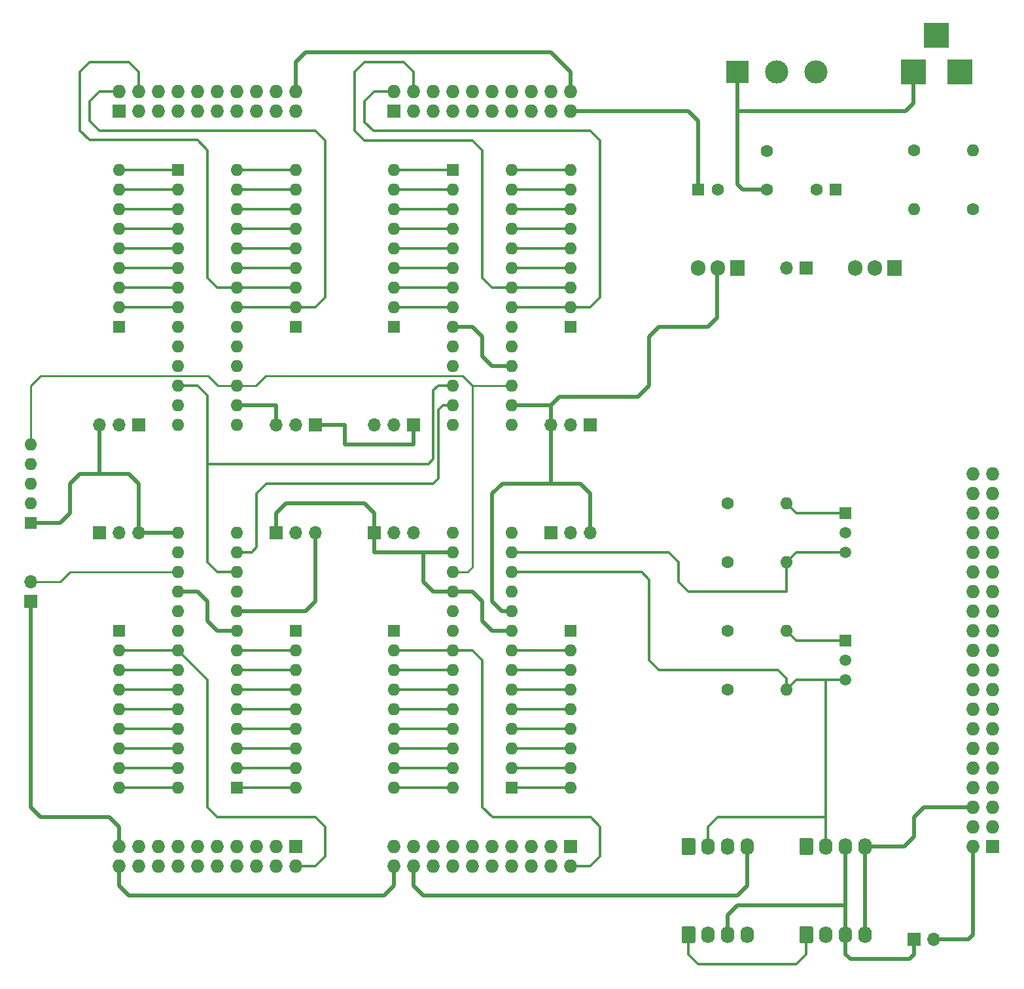
<source format=gbr>
G04 #@! TF.GenerationSoftware,KiCad,Pcbnew,(5.1.5)-3*
G04 #@! TF.CreationDate,2020-02-05T09:48:48+01:00*
G04 #@! TF.ProjectId,FGINT-V3-MASTER-64,4647494e-542d-4563-932d-4d4153544552,rev?*
G04 #@! TF.SameCoordinates,Original*
G04 #@! TF.FileFunction,Copper,L1,Top*
G04 #@! TF.FilePolarity,Positive*
%FSLAX46Y46*%
G04 Gerber Fmt 4.6, Leading zero omitted, Abs format (unit mm)*
G04 Created by KiCad (PCBNEW (5.1.5)-3) date 2020-02-05 09:48:48*
%MOMM*%
%LPD*%
G04 APERTURE LIST*
%ADD10R,1.500000X1.500000*%
%ADD11C,1.500000*%
%ADD12O,1.700000X1.700000*%
%ADD13R,1.700000X1.700000*%
%ADD14O,1.740000X2.200000*%
%ADD15C,0.100000*%
%ADD16C,1.600000*%
%ADD17R,1.600000X1.600000*%
%ADD18R,3.200000X3.200000*%
%ADD19R,1.727200X1.727200*%
%ADD20O,1.727200X1.727200*%
%ADD21O,1.600000X1.600000*%
%ADD22O,1.905000X2.000000*%
%ADD23R,1.905000X2.000000*%
%ADD24R,3.000000X3.000000*%
%ADD25C,3.000000*%
%ADD26C,0.550000*%
%ADD27C,0.350000*%
%ADD28C,0.250000*%
G04 APERTURE END LIST*
D10*
X222250000Y-116840000D03*
D11*
X222250000Y-121920000D03*
X222250000Y-119380000D03*
D10*
X222250000Y-100330000D03*
D11*
X222250000Y-105410000D03*
X222250000Y-102870000D03*
D12*
X214630000Y-68580000D03*
D13*
X217170000Y-68580000D03*
D12*
X233680000Y-155575000D03*
D13*
X231140000Y-155575000D03*
D14*
X224790000Y-154940000D03*
X222250000Y-154940000D03*
X219710000Y-154940000D03*
G04 #@! TA.AperFunction,ComponentPad*
D15*
G36*
X217814505Y-153841204D02*
G01*
X217838773Y-153844804D01*
X217862572Y-153850765D01*
X217885671Y-153859030D01*
X217907850Y-153869520D01*
X217928893Y-153882132D01*
X217948599Y-153896747D01*
X217966777Y-153913223D01*
X217983253Y-153931401D01*
X217997868Y-153951107D01*
X218010480Y-153972150D01*
X218020970Y-153994329D01*
X218029235Y-154017428D01*
X218035196Y-154041227D01*
X218038796Y-154065495D01*
X218040000Y-154089999D01*
X218040000Y-155790001D01*
X218038796Y-155814505D01*
X218035196Y-155838773D01*
X218029235Y-155862572D01*
X218020970Y-155885671D01*
X218010480Y-155907850D01*
X217997868Y-155928893D01*
X217983253Y-155948599D01*
X217966777Y-155966777D01*
X217948599Y-155983253D01*
X217928893Y-155997868D01*
X217907850Y-156010480D01*
X217885671Y-156020970D01*
X217862572Y-156029235D01*
X217838773Y-156035196D01*
X217814505Y-156038796D01*
X217790001Y-156040000D01*
X216549999Y-156040000D01*
X216525495Y-156038796D01*
X216501227Y-156035196D01*
X216477428Y-156029235D01*
X216454329Y-156020970D01*
X216432150Y-156010480D01*
X216411107Y-155997868D01*
X216391401Y-155983253D01*
X216373223Y-155966777D01*
X216356747Y-155948599D01*
X216342132Y-155928893D01*
X216329520Y-155907850D01*
X216319030Y-155885671D01*
X216310765Y-155862572D01*
X216304804Y-155838773D01*
X216301204Y-155814505D01*
X216300000Y-155790001D01*
X216300000Y-154089999D01*
X216301204Y-154065495D01*
X216304804Y-154041227D01*
X216310765Y-154017428D01*
X216319030Y-153994329D01*
X216329520Y-153972150D01*
X216342132Y-153951107D01*
X216356747Y-153931401D01*
X216373223Y-153913223D01*
X216391401Y-153896747D01*
X216411107Y-153882132D01*
X216432150Y-153869520D01*
X216454329Y-153859030D01*
X216477428Y-153850765D01*
X216501227Y-153844804D01*
X216525495Y-153841204D01*
X216549999Y-153840000D01*
X217790001Y-153840000D01*
X217814505Y-153841204D01*
G37*
G04 #@! TD.AperFunction*
D14*
X209550000Y-154940000D03*
X207010000Y-154940000D03*
X204470000Y-154940000D03*
G04 #@! TA.AperFunction,ComponentPad*
D15*
G36*
X202574505Y-153841204D02*
G01*
X202598773Y-153844804D01*
X202622572Y-153850765D01*
X202645671Y-153859030D01*
X202667850Y-153869520D01*
X202688893Y-153882132D01*
X202708599Y-153896747D01*
X202726777Y-153913223D01*
X202743253Y-153931401D01*
X202757868Y-153951107D01*
X202770480Y-153972150D01*
X202780970Y-153994329D01*
X202789235Y-154017428D01*
X202795196Y-154041227D01*
X202798796Y-154065495D01*
X202800000Y-154089999D01*
X202800000Y-155790001D01*
X202798796Y-155814505D01*
X202795196Y-155838773D01*
X202789235Y-155862572D01*
X202780970Y-155885671D01*
X202770480Y-155907850D01*
X202757868Y-155928893D01*
X202743253Y-155948599D01*
X202726777Y-155966777D01*
X202708599Y-155983253D01*
X202688893Y-155997868D01*
X202667850Y-156010480D01*
X202645671Y-156020970D01*
X202622572Y-156029235D01*
X202598773Y-156035196D01*
X202574505Y-156038796D01*
X202550001Y-156040000D01*
X201309999Y-156040000D01*
X201285495Y-156038796D01*
X201261227Y-156035196D01*
X201237428Y-156029235D01*
X201214329Y-156020970D01*
X201192150Y-156010480D01*
X201171107Y-155997868D01*
X201151401Y-155983253D01*
X201133223Y-155966777D01*
X201116747Y-155948599D01*
X201102132Y-155928893D01*
X201089520Y-155907850D01*
X201079030Y-155885671D01*
X201070765Y-155862572D01*
X201064804Y-155838773D01*
X201061204Y-155814505D01*
X201060000Y-155790001D01*
X201060000Y-154089999D01*
X201061204Y-154065495D01*
X201064804Y-154041227D01*
X201070765Y-154017428D01*
X201079030Y-153994329D01*
X201089520Y-153972150D01*
X201102132Y-153951107D01*
X201116747Y-153931401D01*
X201133223Y-153913223D01*
X201151401Y-153896747D01*
X201171107Y-153882132D01*
X201192150Y-153869520D01*
X201214329Y-153859030D01*
X201237428Y-153850765D01*
X201261227Y-153844804D01*
X201285495Y-153841204D01*
X201309999Y-153840000D01*
X202550001Y-153840000D01*
X202574505Y-153841204D01*
G37*
G04 #@! TD.AperFunction*
D14*
X209550000Y-143510000D03*
X207010000Y-143510000D03*
X204470000Y-143510000D03*
G04 #@! TA.AperFunction,ComponentPad*
D15*
G36*
X202574505Y-142411204D02*
G01*
X202598773Y-142414804D01*
X202622572Y-142420765D01*
X202645671Y-142429030D01*
X202667850Y-142439520D01*
X202688893Y-142452132D01*
X202708599Y-142466747D01*
X202726777Y-142483223D01*
X202743253Y-142501401D01*
X202757868Y-142521107D01*
X202770480Y-142542150D01*
X202780970Y-142564329D01*
X202789235Y-142587428D01*
X202795196Y-142611227D01*
X202798796Y-142635495D01*
X202800000Y-142659999D01*
X202800000Y-144360001D01*
X202798796Y-144384505D01*
X202795196Y-144408773D01*
X202789235Y-144432572D01*
X202780970Y-144455671D01*
X202770480Y-144477850D01*
X202757868Y-144498893D01*
X202743253Y-144518599D01*
X202726777Y-144536777D01*
X202708599Y-144553253D01*
X202688893Y-144567868D01*
X202667850Y-144580480D01*
X202645671Y-144590970D01*
X202622572Y-144599235D01*
X202598773Y-144605196D01*
X202574505Y-144608796D01*
X202550001Y-144610000D01*
X201309999Y-144610000D01*
X201285495Y-144608796D01*
X201261227Y-144605196D01*
X201237428Y-144599235D01*
X201214329Y-144590970D01*
X201192150Y-144580480D01*
X201171107Y-144567868D01*
X201151401Y-144553253D01*
X201133223Y-144536777D01*
X201116747Y-144518599D01*
X201102132Y-144498893D01*
X201089520Y-144477850D01*
X201079030Y-144455671D01*
X201070765Y-144432572D01*
X201064804Y-144408773D01*
X201061204Y-144384505D01*
X201060000Y-144360001D01*
X201060000Y-142659999D01*
X201061204Y-142635495D01*
X201064804Y-142611227D01*
X201070765Y-142587428D01*
X201079030Y-142564329D01*
X201089520Y-142542150D01*
X201102132Y-142521107D01*
X201116747Y-142501401D01*
X201133223Y-142483223D01*
X201151401Y-142466747D01*
X201171107Y-142452132D01*
X201192150Y-142439520D01*
X201214329Y-142429030D01*
X201237428Y-142420765D01*
X201261227Y-142414804D01*
X201285495Y-142411204D01*
X201309999Y-142410000D01*
X202550001Y-142410000D01*
X202574505Y-142411204D01*
G37*
G04 #@! TD.AperFunction*
D16*
X212090000Y-58420000D03*
X212090000Y-53420000D03*
X205700000Y-58420000D03*
D17*
X203200000Y-58420000D03*
X220980000Y-58420000D03*
D16*
X218480000Y-58420000D03*
D18*
X231000000Y-43180000D03*
X237000000Y-43180000D03*
X234000000Y-38480000D03*
D19*
X241300000Y-143510000D03*
D20*
X238760000Y-143510000D03*
X241300000Y-140970000D03*
X238760000Y-140970000D03*
X241300000Y-138430000D03*
X238760000Y-138430000D03*
X241300000Y-135890000D03*
X238760000Y-135890000D03*
X241300000Y-133350000D03*
X238760000Y-133350000D03*
X241300000Y-130810000D03*
X238760000Y-130810000D03*
X241300000Y-128270000D03*
X238760000Y-128270000D03*
X241300000Y-125730000D03*
X238760000Y-125730000D03*
X241300000Y-123190000D03*
X238760000Y-123190000D03*
X241300000Y-120650000D03*
X238760000Y-120650000D03*
X241300000Y-118110000D03*
X238760000Y-118110000D03*
X241300000Y-115570000D03*
X238760000Y-115570000D03*
X241300000Y-113030000D03*
X238760000Y-113030000D03*
X241300000Y-110490000D03*
X238760000Y-110490000D03*
X241300000Y-107950000D03*
X238760000Y-107950000D03*
X241300000Y-105410000D03*
X238760000Y-105410000D03*
X241300000Y-102870000D03*
X238760000Y-102870000D03*
X241300000Y-100330000D03*
X238760000Y-100330000D03*
X241300000Y-97790000D03*
X238760000Y-97790000D03*
X241300000Y-95250000D03*
X238760000Y-95250000D03*
D16*
X207010000Y-99060000D03*
D21*
X214630000Y-99060000D03*
X214630000Y-115570000D03*
D16*
X207010000Y-115570000D03*
X238760000Y-61000000D03*
D21*
X238760000Y-53380000D03*
X214630000Y-106680000D03*
D16*
X207010000Y-106680000D03*
X207010000Y-123190000D03*
D21*
X214630000Y-123190000D03*
X231140000Y-60960000D03*
D16*
X231140000Y-53340000D03*
D17*
X151130000Y-76200000D03*
D21*
X151130000Y-73660000D03*
X151130000Y-71120000D03*
X151130000Y-68580000D03*
X151130000Y-66040000D03*
X151130000Y-63500000D03*
X151130000Y-60960000D03*
X151130000Y-58420000D03*
X151130000Y-55880000D03*
X128270000Y-55880000D03*
X128270000Y-58420000D03*
X128270000Y-60960000D03*
X128270000Y-63500000D03*
X128270000Y-66040000D03*
X128270000Y-68580000D03*
X128270000Y-71120000D03*
X128270000Y-73660000D03*
D17*
X128270000Y-76200000D03*
X186690000Y-76200000D03*
D21*
X186690000Y-73660000D03*
X186690000Y-71120000D03*
X186690000Y-68580000D03*
X186690000Y-66040000D03*
X186690000Y-63500000D03*
X186690000Y-60960000D03*
X186690000Y-58420000D03*
X186690000Y-55880000D03*
X163830000Y-55880000D03*
X163830000Y-58420000D03*
X163830000Y-60960000D03*
X163830000Y-63500000D03*
X163830000Y-66040000D03*
X163830000Y-68580000D03*
X163830000Y-71120000D03*
X163830000Y-73660000D03*
D17*
X163830000Y-76200000D03*
D21*
X143510000Y-55880000D03*
X135890000Y-88900000D03*
X143510000Y-58420000D03*
X135890000Y-86360000D03*
X143510000Y-60960000D03*
X135890000Y-83820000D03*
X143510000Y-63500000D03*
X135890000Y-81280000D03*
X143510000Y-66040000D03*
X135890000Y-78740000D03*
X143510000Y-68580000D03*
X135890000Y-76200000D03*
X143510000Y-71120000D03*
X135890000Y-73660000D03*
X143510000Y-73660000D03*
X135890000Y-71120000D03*
X143510000Y-76200000D03*
X135890000Y-68580000D03*
X143510000Y-78740000D03*
X135890000Y-66040000D03*
X143510000Y-81280000D03*
X135890000Y-63500000D03*
X143510000Y-83820000D03*
X135890000Y-60960000D03*
X143510000Y-86360000D03*
X135890000Y-58420000D03*
X143510000Y-88900000D03*
D17*
X135890000Y-55880000D03*
D21*
X179070000Y-55880000D03*
X171450000Y-88900000D03*
X179070000Y-58420000D03*
X171450000Y-86360000D03*
X179070000Y-60960000D03*
X171450000Y-83820000D03*
X179070000Y-63500000D03*
X171450000Y-81280000D03*
X179070000Y-66040000D03*
X171450000Y-78740000D03*
X179070000Y-68580000D03*
X171450000Y-76200000D03*
X179070000Y-71120000D03*
X171450000Y-73660000D03*
X179070000Y-73660000D03*
X171450000Y-71120000D03*
X179070000Y-76200000D03*
X171450000Y-68580000D03*
X179070000Y-78740000D03*
X171450000Y-66040000D03*
X179070000Y-81280000D03*
X171450000Y-63500000D03*
X179070000Y-83820000D03*
X171450000Y-60960000D03*
X179070000Y-86360000D03*
X171450000Y-58420000D03*
X179070000Y-88900000D03*
D17*
X171450000Y-55880000D03*
D22*
X203200000Y-68580000D03*
X205740000Y-68580000D03*
D23*
X208280000Y-68580000D03*
X228600000Y-68580000D03*
D22*
X226060000Y-68580000D03*
X223520000Y-68580000D03*
G04 #@! TA.AperFunction,ComponentPad*
D15*
G36*
X217814505Y-142411204D02*
G01*
X217838773Y-142414804D01*
X217862572Y-142420765D01*
X217885671Y-142429030D01*
X217907850Y-142439520D01*
X217928893Y-142452132D01*
X217948599Y-142466747D01*
X217966777Y-142483223D01*
X217983253Y-142501401D01*
X217997868Y-142521107D01*
X218010480Y-142542150D01*
X218020970Y-142564329D01*
X218029235Y-142587428D01*
X218035196Y-142611227D01*
X218038796Y-142635495D01*
X218040000Y-142659999D01*
X218040000Y-144360001D01*
X218038796Y-144384505D01*
X218035196Y-144408773D01*
X218029235Y-144432572D01*
X218020970Y-144455671D01*
X218010480Y-144477850D01*
X217997868Y-144498893D01*
X217983253Y-144518599D01*
X217966777Y-144536777D01*
X217948599Y-144553253D01*
X217928893Y-144567868D01*
X217907850Y-144580480D01*
X217885671Y-144590970D01*
X217862572Y-144599235D01*
X217838773Y-144605196D01*
X217814505Y-144608796D01*
X217790001Y-144610000D01*
X216549999Y-144610000D01*
X216525495Y-144608796D01*
X216501227Y-144605196D01*
X216477428Y-144599235D01*
X216454329Y-144590970D01*
X216432150Y-144580480D01*
X216411107Y-144567868D01*
X216391401Y-144553253D01*
X216373223Y-144536777D01*
X216356747Y-144518599D01*
X216342132Y-144498893D01*
X216329520Y-144477850D01*
X216319030Y-144455671D01*
X216310765Y-144432572D01*
X216304804Y-144408773D01*
X216301204Y-144384505D01*
X216300000Y-144360001D01*
X216300000Y-142659999D01*
X216301204Y-142635495D01*
X216304804Y-142611227D01*
X216310765Y-142587428D01*
X216319030Y-142564329D01*
X216329520Y-142542150D01*
X216342132Y-142521107D01*
X216356747Y-142501401D01*
X216373223Y-142483223D01*
X216391401Y-142466747D01*
X216411107Y-142452132D01*
X216432150Y-142439520D01*
X216454329Y-142429030D01*
X216477428Y-142420765D01*
X216501227Y-142414804D01*
X216525495Y-142411204D01*
X216549999Y-142410000D01*
X217790001Y-142410000D01*
X217814505Y-142411204D01*
G37*
G04 #@! TD.AperFunction*
D14*
X219710000Y-143510000D03*
X222250000Y-143510000D03*
X224790000Y-143510000D03*
D20*
X151130000Y-45720000D03*
X151130000Y-48260000D03*
X148590000Y-45720000D03*
X148590000Y-48260000D03*
X146050000Y-45720000D03*
X146050000Y-48260000D03*
X143510000Y-45720000D03*
X143510000Y-48260000D03*
X140970000Y-45720000D03*
X140970000Y-48260000D03*
X138430000Y-45720000D03*
X138430000Y-48260000D03*
X135890000Y-45720000D03*
X135890000Y-48260000D03*
X133350000Y-45720000D03*
X133350000Y-48260000D03*
X130810000Y-45720000D03*
X130810000Y-48260000D03*
X128270000Y-45720000D03*
D19*
X128270000Y-48260000D03*
D13*
X116840000Y-111760000D03*
D12*
X116840000Y-109220000D03*
X148590000Y-88900000D03*
X151130000Y-88900000D03*
D13*
X153670000Y-88900000D03*
X130810000Y-88900000D03*
D12*
X128270000Y-88900000D03*
X125730000Y-88900000D03*
D19*
X163830000Y-48260000D03*
D20*
X163830000Y-45720000D03*
X166370000Y-48260000D03*
X166370000Y-45720000D03*
X168910000Y-48260000D03*
X168910000Y-45720000D03*
X171450000Y-48260000D03*
X171450000Y-45720000D03*
X173990000Y-48260000D03*
X173990000Y-45720000D03*
X176530000Y-48260000D03*
X176530000Y-45720000D03*
X179070000Y-48260000D03*
X179070000Y-45720000D03*
X181610000Y-48260000D03*
X181610000Y-45720000D03*
X184150000Y-48260000D03*
X184150000Y-45720000D03*
X186690000Y-48260000D03*
X186690000Y-45720000D03*
D13*
X189230000Y-88900000D03*
D12*
X186690000Y-88900000D03*
X184150000Y-88900000D03*
X161290000Y-88900000D03*
X163830000Y-88900000D03*
D13*
X166370000Y-88900000D03*
D20*
X128270000Y-146050000D03*
X128270000Y-143510000D03*
X130810000Y-146050000D03*
X130810000Y-143510000D03*
X133350000Y-146050000D03*
X133350000Y-143510000D03*
X135890000Y-146050000D03*
X135890000Y-143510000D03*
X138430000Y-146050000D03*
X138430000Y-143510000D03*
X140970000Y-146050000D03*
X140970000Y-143510000D03*
X143510000Y-146050000D03*
X143510000Y-143510000D03*
X146050000Y-146050000D03*
X146050000Y-143510000D03*
X148590000Y-146050000D03*
X148590000Y-143510000D03*
X151130000Y-146050000D03*
D19*
X151130000Y-143510000D03*
D12*
X130810000Y-102870000D03*
X128270000Y-102870000D03*
D13*
X125730000Y-102870000D03*
D12*
X153670000Y-102870000D03*
X151130000Y-102870000D03*
D13*
X148590000Y-102870000D03*
D19*
X186690000Y-143510000D03*
D20*
X186690000Y-146050000D03*
X184150000Y-143510000D03*
X184150000Y-146050000D03*
X181610000Y-143510000D03*
X181610000Y-146050000D03*
X179070000Y-143510000D03*
X179070000Y-146050000D03*
X176530000Y-143510000D03*
X176530000Y-146050000D03*
X173990000Y-143510000D03*
X173990000Y-146050000D03*
X171450000Y-143510000D03*
X171450000Y-146050000D03*
X168910000Y-143510000D03*
X168910000Y-146050000D03*
X166370000Y-143510000D03*
X166370000Y-146050000D03*
X163830000Y-143510000D03*
X163830000Y-146050000D03*
D13*
X161290000Y-102870000D03*
D12*
X163830000Y-102870000D03*
X166370000Y-102870000D03*
D13*
X184150000Y-102870000D03*
D12*
X186690000Y-102870000D03*
X189230000Y-102870000D03*
D17*
X116840000Y-101600000D03*
D21*
X116840000Y-99060000D03*
X116840000Y-96520000D03*
X116840000Y-93980000D03*
X116840000Y-91440000D03*
D17*
X151130000Y-115570000D03*
D21*
X151130000Y-118110000D03*
X151130000Y-120650000D03*
X151130000Y-123190000D03*
X151130000Y-125730000D03*
X151130000Y-128270000D03*
X151130000Y-130810000D03*
X151130000Y-133350000D03*
X151130000Y-135890000D03*
D17*
X128270000Y-115570000D03*
D21*
X128270000Y-118110000D03*
X128270000Y-120650000D03*
X128270000Y-123190000D03*
X128270000Y-125730000D03*
X128270000Y-128270000D03*
X128270000Y-130810000D03*
X128270000Y-133350000D03*
X128270000Y-135890000D03*
X186690000Y-135890000D03*
X186690000Y-133350000D03*
X186690000Y-130810000D03*
X186690000Y-128270000D03*
X186690000Y-125730000D03*
X186690000Y-123190000D03*
X186690000Y-120650000D03*
X186690000Y-118110000D03*
D17*
X186690000Y-115570000D03*
D21*
X163830000Y-135890000D03*
X163830000Y-133350000D03*
X163830000Y-130810000D03*
X163830000Y-128270000D03*
X163830000Y-125730000D03*
X163830000Y-123190000D03*
X163830000Y-120650000D03*
X163830000Y-118110000D03*
D17*
X163830000Y-115570000D03*
X143510000Y-135890000D03*
D21*
X135890000Y-102870000D03*
X143510000Y-133350000D03*
X135890000Y-105410000D03*
X143510000Y-130810000D03*
X135890000Y-107950000D03*
X143510000Y-128270000D03*
X135890000Y-110490000D03*
X143510000Y-125730000D03*
X135890000Y-113030000D03*
X143510000Y-123190000D03*
X135890000Y-115570000D03*
X143510000Y-120650000D03*
X135890000Y-118110000D03*
X143510000Y-118110000D03*
X135890000Y-120650000D03*
X143510000Y-115570000D03*
X135890000Y-123190000D03*
X143510000Y-113030000D03*
X135890000Y-125730000D03*
X143510000Y-110490000D03*
X135890000Y-128270000D03*
X143510000Y-107950000D03*
X135890000Y-130810000D03*
X143510000Y-105410000D03*
X135890000Y-133350000D03*
X143510000Y-102870000D03*
X135890000Y-135890000D03*
X171450000Y-135890000D03*
X179070000Y-102870000D03*
X171450000Y-133350000D03*
X179070000Y-105410000D03*
X171450000Y-130810000D03*
X179070000Y-107950000D03*
X171450000Y-128270000D03*
X179070000Y-110490000D03*
X171450000Y-125730000D03*
X179070000Y-113030000D03*
X171450000Y-123190000D03*
X179070000Y-115570000D03*
X171450000Y-120650000D03*
X179070000Y-118110000D03*
X171450000Y-118110000D03*
X179070000Y-120650000D03*
X171450000Y-115570000D03*
X179070000Y-123190000D03*
X171450000Y-113030000D03*
X179070000Y-125730000D03*
X171450000Y-110490000D03*
X179070000Y-128270000D03*
X171450000Y-107950000D03*
X179070000Y-130810000D03*
X171450000Y-105410000D03*
X179070000Y-133350000D03*
X171450000Y-102870000D03*
D17*
X179070000Y-135890000D03*
D24*
X208280000Y-43180000D03*
D25*
X213360000Y-43180000D03*
X218440000Y-43180000D03*
D26*
X224790000Y-154940000D02*
X224790000Y-143510000D01*
X238760000Y-138430000D02*
X237244600Y-138430000D01*
X205609500Y-68580000D02*
X205740000Y-68580000D01*
X135890000Y-102870000D02*
X130810000Y-102870000D01*
X205609500Y-75060500D02*
X205609500Y-68580000D01*
X184150000Y-86360000D02*
X185264600Y-85245400D01*
X184150000Y-88900000D02*
X184150000Y-86360000D01*
X185264600Y-85245400D02*
X195424600Y-85245400D01*
X204470000Y-76200000D02*
X205609500Y-75060500D01*
X198120000Y-76200000D02*
X204470000Y-76200000D01*
X195424600Y-85245400D02*
X196850000Y-83820000D01*
X196850000Y-83820000D02*
X196850000Y-77470000D01*
X196850000Y-77470000D02*
X198120000Y-76200000D01*
X205609500Y-68580000D02*
X205740000Y-68449500D01*
X205740000Y-58460000D02*
X205700000Y-58420000D01*
X125730000Y-90375300D02*
X125730000Y-88900000D01*
X125730000Y-95250000D02*
X125730000Y-90375300D01*
X148590000Y-86360000D02*
X143510000Y-86360000D01*
X148590000Y-88900000D02*
X148590000Y-86360000D01*
X153670000Y-104345300D02*
X153670000Y-102870000D01*
X153670000Y-111760000D02*
X153670000Y-104345300D01*
X143510000Y-113030000D02*
X152400000Y-113030000D01*
X152400000Y-113030000D02*
X153670000Y-111760000D01*
X166370000Y-148590000D02*
X166370000Y-146050000D01*
X167640000Y-149860000D02*
X166370000Y-148590000D01*
X208280000Y-149860000D02*
X167640000Y-149860000D01*
X209550000Y-143510000D02*
X209550000Y-148590000D01*
X209550000Y-148590000D02*
X208280000Y-149860000D01*
X229870000Y-143510000D02*
X224790000Y-143510000D01*
X231140000Y-142240000D02*
X229870000Y-143510000D01*
X231140000Y-139700000D02*
X231140000Y-142240000D01*
X237244600Y-138430000D02*
X232410000Y-138430000D01*
X232410000Y-138430000D02*
X231140000Y-139700000D01*
X189230000Y-101394700D02*
X189230000Y-102870000D01*
X189230000Y-97790000D02*
X189230000Y-101394700D01*
X183412400Y-96489700D02*
X187929700Y-96489700D01*
X187929700Y-96489700D02*
X189230000Y-97790000D01*
X177830300Y-96489700D02*
X183412400Y-96489700D01*
X176530000Y-97790000D02*
X177830300Y-96489700D01*
X176530000Y-111760000D02*
X176530000Y-97790000D01*
X179070000Y-113030000D02*
X177800000Y-113030000D01*
X177800000Y-113030000D02*
X176530000Y-111760000D01*
X130810000Y-96520000D02*
X130810000Y-102870000D01*
X120650000Y-101600000D02*
X121920000Y-100330000D01*
X121920000Y-100330000D02*
X121920000Y-96520000D01*
X121920000Y-96520000D02*
X123190000Y-95250000D01*
X116840000Y-101600000D02*
X120650000Y-101600000D01*
X123190000Y-95250000D02*
X129540000Y-95250000D01*
X129540000Y-95250000D02*
X130810000Y-96520000D01*
X180495300Y-86360000D02*
X179070000Y-86360000D01*
X184150000Y-86360000D02*
X180495300Y-86360000D01*
X184150000Y-88162400D02*
X184150000Y-86360000D01*
X184150000Y-96459400D02*
X184150000Y-89637600D01*
X184119700Y-96489700D02*
X184150000Y-96459400D01*
X151130000Y-41910000D02*
X151130000Y-45720000D01*
X152400000Y-40640000D02*
X151130000Y-41910000D01*
X184150000Y-40640000D02*
X152400000Y-40640000D01*
X186690000Y-45720000D02*
X186690000Y-43180000D01*
X186690000Y-43180000D02*
X184150000Y-40640000D01*
X176530000Y-81280000D02*
X179070000Y-81280000D01*
X175260000Y-80010000D02*
X176530000Y-81280000D01*
X175260000Y-77470000D02*
X175260000Y-80010000D01*
X171450000Y-76200000D02*
X173990000Y-76200000D01*
X173990000Y-76200000D02*
X175260000Y-77470000D01*
X157480000Y-88900000D02*
X153670000Y-88900000D01*
X157480000Y-91440000D02*
X157480000Y-88900000D01*
X166370000Y-88900000D02*
X166370000Y-91440000D01*
X166370000Y-91440000D02*
X157480000Y-91440000D01*
X176530000Y-115570000D02*
X179070000Y-115570000D01*
X175260000Y-114300000D02*
X176530000Y-115570000D01*
X175260000Y-111760000D02*
X175260000Y-114300000D01*
X171450000Y-110490000D02*
X173990000Y-110490000D01*
X173990000Y-110490000D02*
X175260000Y-111760000D01*
X116840000Y-138430000D02*
X116840000Y-111760000D01*
X118110000Y-139700000D02*
X116840000Y-138430000D01*
X127000000Y-139700000D02*
X118110000Y-139700000D01*
X128270000Y-143510000D02*
X128270000Y-140970000D01*
X128270000Y-140970000D02*
X127000000Y-139700000D01*
X163830000Y-148590000D02*
X163830000Y-146050000D01*
X162560000Y-149860000D02*
X163830000Y-148590000D01*
X129540000Y-149860000D02*
X162560000Y-149860000D01*
X128270000Y-146050000D02*
X128270000Y-148590000D01*
X128270000Y-148590000D02*
X129540000Y-149860000D01*
X222250000Y-143510000D02*
X222250000Y-151130000D01*
X222250000Y-151130000D02*
X222250000Y-154940000D01*
X208280000Y-151130000D02*
X222250000Y-151130000D01*
X207010000Y-154940000D02*
X207010000Y-152400000D01*
X207010000Y-152400000D02*
X208280000Y-151130000D01*
X161290000Y-105410000D02*
X161290000Y-102870000D01*
X171450000Y-105410000D02*
X161290000Y-105410000D01*
X138430000Y-110490000D02*
X135890000Y-110490000D01*
X139700000Y-111760000D02*
X138430000Y-110490000D01*
X139700000Y-114300000D02*
X139700000Y-111760000D01*
X143510000Y-115570000D02*
X140970000Y-115570000D01*
X140970000Y-115570000D02*
X139700000Y-114300000D01*
X168910000Y-110490000D02*
X171450000Y-110490000D01*
X167640000Y-105410000D02*
X167640000Y-109220000D01*
X167640000Y-109220000D02*
X168910000Y-110490000D01*
X161290000Y-100330000D02*
X161290000Y-102870000D01*
X160020000Y-99060000D02*
X161290000Y-100330000D01*
X149860000Y-99060000D02*
X160020000Y-99060000D01*
X148590000Y-102870000D02*
X148590000Y-100330000D01*
X148590000Y-100330000D02*
X149860000Y-99060000D01*
X203200000Y-49530000D02*
X203200000Y-58420000D01*
X186690000Y-48260000D02*
X201930000Y-48260000D01*
X201930000Y-48260000D02*
X203200000Y-49530000D01*
X231140000Y-157480000D02*
X231140000Y-155575000D01*
X222885000Y-158115000D02*
X230505000Y-158115000D01*
X230505000Y-158115000D02*
X231140000Y-157480000D01*
X222250000Y-154940000D02*
X222250000Y-157480000D01*
X222250000Y-157480000D02*
X222885000Y-158115000D01*
D27*
X143510000Y-55880000D02*
X151130000Y-55880000D01*
X135890000Y-73660000D02*
X128270000Y-73660000D01*
X143510000Y-58420000D02*
X151130000Y-58420000D01*
X135890000Y-71120000D02*
X128270000Y-71120000D01*
X143510000Y-60960000D02*
X151130000Y-60960000D01*
X135890000Y-68580000D02*
X128270000Y-68580000D01*
X143510000Y-63500000D02*
X151130000Y-63500000D01*
X135890000Y-66040000D02*
X128270000Y-66040000D01*
X143510000Y-66040000D02*
X151130000Y-66040000D01*
X135890000Y-63500000D02*
X128270000Y-63500000D01*
X143510000Y-68580000D02*
X151130000Y-68580000D01*
X128270000Y-60960000D02*
X135890000Y-60960000D01*
X151130000Y-71120000D02*
X143510000Y-71120000D01*
X140970000Y-71120000D02*
X143510000Y-71120000D01*
X139700000Y-69850000D02*
X140970000Y-71120000D01*
X139700000Y-53340000D02*
X139700000Y-69850000D01*
X138393600Y-52033600D02*
X139700000Y-53340000D01*
X124423600Y-52033600D02*
X138393600Y-52033600D01*
X130810000Y-43180000D02*
X129540000Y-41910000D01*
X129540000Y-41910000D02*
X124460000Y-41910000D01*
X124460000Y-41910000D02*
X123190000Y-43180000D01*
X123190000Y-43180000D02*
X123190000Y-50800000D01*
X130810000Y-45720000D02*
X130810000Y-43180000D01*
X123190000Y-50800000D02*
X124423600Y-52033600D01*
X135890000Y-58420000D02*
X128270000Y-58420000D01*
X151130000Y-73660000D02*
X143510000Y-73660000D01*
X153670000Y-73660000D02*
X151130000Y-73660000D01*
X154940000Y-72390000D02*
X153670000Y-73660000D01*
X154940000Y-52070000D02*
X154940000Y-72390000D01*
X125730000Y-45720000D02*
X124460000Y-46990000D01*
X128270000Y-45720000D02*
X125730000Y-45720000D01*
X124460000Y-46990000D02*
X124460000Y-49530000D01*
X124460000Y-49530000D02*
X125730000Y-50800000D01*
X125730000Y-50800000D02*
X153670000Y-50800000D01*
X153670000Y-50800000D02*
X154940000Y-52070000D01*
X135890000Y-55880000D02*
X128270000Y-55880000D01*
X171450000Y-55880000D02*
X163830000Y-55880000D01*
X186690000Y-73660000D02*
X179070000Y-73660000D01*
X189230000Y-73660000D02*
X186690000Y-73660000D01*
X190500000Y-72390000D02*
X189230000Y-73660000D01*
X190500000Y-52070000D02*
X190500000Y-72390000D01*
X161290000Y-45720000D02*
X160020000Y-46990000D01*
X163830000Y-45720000D02*
X161290000Y-45720000D01*
X160020000Y-46990000D02*
X160020000Y-49680125D01*
X161139875Y-50800000D02*
X189230000Y-50800000D01*
X160020000Y-49680125D02*
X161139875Y-50800000D01*
X189230000Y-50800000D02*
X190500000Y-52070000D01*
X163830000Y-58420000D02*
X171450000Y-58420000D01*
X179070000Y-71120000D02*
X186690000Y-71120000D01*
X175260000Y-53340000D02*
X175260000Y-69850000D01*
X173990000Y-52070000D02*
X175260000Y-53340000D01*
X160020000Y-52070000D02*
X173990000Y-52070000D01*
X166370000Y-43180000D02*
X165100000Y-41910000D01*
X175260000Y-69850000D02*
X176530000Y-71120000D01*
X166370000Y-45720000D02*
X166370000Y-43180000D01*
X165100000Y-41910000D02*
X160020000Y-41910000D01*
X160020000Y-41910000D02*
X158750000Y-43180000D01*
X176530000Y-71120000D02*
X179070000Y-71120000D01*
X158750000Y-43180000D02*
X158750000Y-50800000D01*
X158750000Y-50800000D02*
X160020000Y-52070000D01*
X163830000Y-60960000D02*
X171450000Y-60960000D01*
X186690000Y-68580000D02*
X179070000Y-68580000D01*
X171450000Y-63500000D02*
X163830000Y-63500000D01*
X179070000Y-66040000D02*
X186690000Y-66040000D01*
X171450000Y-66040000D02*
X163830000Y-66040000D01*
X179070000Y-63500000D02*
X186690000Y-63500000D01*
X171450000Y-68580000D02*
X163830000Y-68580000D01*
X179070000Y-60960000D02*
X186690000Y-60960000D01*
X171450000Y-71120000D02*
X163830000Y-71120000D01*
X179070000Y-58420000D02*
X186690000Y-58420000D01*
X171450000Y-73660000D02*
X163830000Y-73660000D01*
X179070000Y-55880000D02*
X186690000Y-55880000D01*
X143510000Y-135890000D02*
X151130000Y-135890000D01*
X135890000Y-118110000D02*
X129595300Y-118110000D01*
X128270000Y-118110000D02*
X129595300Y-118110000D01*
X139700000Y-121920000D02*
X135890000Y-118110000D01*
X153670000Y-146050000D02*
X154940000Y-144780000D01*
X139700000Y-138430000D02*
X139700000Y-121920000D01*
X151130000Y-146050000D02*
X153670000Y-146050000D01*
X154940000Y-144780000D02*
X154940000Y-140970000D01*
X154940000Y-140970000D02*
X153670000Y-139700000D01*
X153670000Y-139700000D02*
X140970000Y-139700000D01*
X140970000Y-139700000D02*
X139700000Y-138430000D01*
X143510000Y-133350000D02*
X151130000Y-133350000D01*
X135890000Y-120650000D02*
X128270000Y-120650000D01*
X143510000Y-130810000D02*
X151130000Y-130810000D01*
X135890000Y-123190000D02*
X128270000Y-123190000D01*
X143510000Y-128270000D02*
X151130000Y-128270000D01*
X135890000Y-125730000D02*
X128270000Y-125730000D01*
X143510000Y-125730000D02*
X151130000Y-125730000D01*
X135890000Y-128270000D02*
X128270000Y-128270000D01*
X143510000Y-123190000D02*
X151130000Y-123190000D01*
X135890000Y-130810000D02*
X128270000Y-130810000D01*
X143510000Y-120650000D02*
X151130000Y-120650000D01*
X135890000Y-133350000D02*
X128270000Y-133350000D01*
X143510000Y-118110000D02*
X151130000Y-118110000D01*
X135890000Y-135890000D02*
X128270000Y-135890000D01*
X179070000Y-135890000D02*
X186690000Y-135890000D01*
X171450000Y-118110000D02*
X165155300Y-118110000D01*
X163830000Y-118110000D02*
X165155300Y-118110000D01*
X175260000Y-119380000D02*
X173990000Y-118110000D01*
X175260000Y-138430000D02*
X175260000Y-119380000D01*
X173990000Y-118110000D02*
X171450000Y-118110000D01*
X190500000Y-144780000D02*
X190500000Y-140970000D01*
X190500000Y-140970000D02*
X189280700Y-139750700D01*
X189230000Y-146050000D02*
X190500000Y-144780000D01*
X186690000Y-146050000D02*
X189230000Y-146050000D01*
X189280700Y-139750700D02*
X176580700Y-139750700D01*
X176580700Y-139750700D02*
X175260000Y-138430000D01*
X179070000Y-133350000D02*
X186690000Y-133350000D01*
X171450000Y-120650000D02*
X165155300Y-120650000D01*
X163830000Y-120650000D02*
X165155300Y-120650000D01*
X179070000Y-130810000D02*
X186690000Y-130810000D01*
X171450000Y-123190000D02*
X163830000Y-123190000D01*
X179070000Y-128270000D02*
X186690000Y-128270000D01*
X171450000Y-125730000D02*
X163830000Y-125730000D01*
X179070000Y-125730000D02*
X186690000Y-125730000D01*
X171450000Y-128270000D02*
X163830000Y-128270000D01*
X179070000Y-123190000D02*
X186690000Y-123190000D01*
X171450000Y-130810000D02*
X163830000Y-130810000D01*
X179070000Y-120650000D02*
X186690000Y-120650000D01*
X171450000Y-133350000D02*
X163830000Y-133350000D01*
X179070000Y-118110000D02*
X186690000Y-118110000D01*
X171450000Y-135890000D02*
X163830000Y-135890000D01*
X215900000Y-100330000D02*
X214630000Y-99060000D01*
X215900000Y-100330000D02*
X222250000Y-100330000D01*
X215900000Y-116840000D02*
X222250000Y-116840000D01*
X214630000Y-115570000D02*
X215900000Y-116840000D01*
X201930000Y-157480000D02*
X201930000Y-154940000D01*
X203200000Y-158750000D02*
X201930000Y-157480000D01*
X215900000Y-158750000D02*
X203200000Y-158750000D01*
X217170000Y-154940000D02*
X217170000Y-157480000D01*
X217170000Y-157480000D02*
X215900000Y-158750000D01*
X170180000Y-86360000D02*
X171450000Y-86360000D01*
X169545000Y-86995000D02*
X170180000Y-86360000D01*
X169545000Y-95885000D02*
X169545000Y-86995000D01*
X145415000Y-105410000D02*
X146050000Y-104775000D01*
X146050000Y-104775000D02*
X146050000Y-97790000D01*
X143510000Y-105410000D02*
X145415000Y-105410000D01*
X146050000Y-97790000D02*
X147320000Y-96520000D01*
X147320000Y-96520000D02*
X168910000Y-96520000D01*
X168910000Y-96520000D02*
X169545000Y-95885000D01*
X214630000Y-110490000D02*
X214630000Y-106680000D01*
X199390000Y-105410000D02*
X200660000Y-106680000D01*
X179070000Y-105410000D02*
X199390000Y-105410000D01*
X200660000Y-106680000D02*
X200660000Y-109220000D01*
X200660000Y-109220000D02*
X201930000Y-110490000D01*
X201930000Y-110490000D02*
X214630000Y-110490000D01*
X215900000Y-105410000D02*
X222250000Y-105410000D01*
X214630000Y-106680000D02*
X215900000Y-105410000D01*
X204470000Y-140970000D02*
X204470000Y-143510000D01*
X205740000Y-139700000D02*
X204470000Y-140970000D01*
X219710000Y-143510000D02*
X219710000Y-139700000D01*
X219710000Y-139700000D02*
X205740000Y-139700000D01*
X214630000Y-121782500D02*
X214630000Y-123190000D01*
X195855000Y-107950000D02*
X196850000Y-108945000D01*
X179070000Y-107950000D02*
X195855000Y-107950000D01*
X196850000Y-108945000D02*
X196850000Y-119380000D01*
X196850000Y-119380000D02*
X198120000Y-120650000D01*
X198120000Y-120650000D02*
X213497500Y-120650000D01*
X213497500Y-120650000D02*
X214630000Y-121782500D01*
X168910000Y-84455000D02*
X169545000Y-83820000D01*
X169545000Y-83820000D02*
X171450000Y-83820000D01*
X139700000Y-93980000D02*
X168275000Y-93980000D01*
X168275000Y-93980000D02*
X168910000Y-93345000D01*
X168910000Y-93345000D02*
X168910000Y-84455000D01*
X139700000Y-106680000D02*
X139700000Y-93980000D01*
X143510000Y-107950000D02*
X140970000Y-107950000D01*
X140970000Y-107950000D02*
X139700000Y-106680000D01*
X139700000Y-85090000D02*
X139700000Y-93980000D01*
X135890000Y-83820000D02*
X138430000Y-83820000D01*
X138430000Y-83820000D02*
X139700000Y-85090000D01*
X215900000Y-121920000D02*
X222250000Y-121920000D01*
X214630000Y-123190000D02*
X215900000Y-121920000D01*
X219710000Y-139700000D02*
X219710000Y-121920000D01*
D28*
X179070000Y-83820000D02*
X177944700Y-83820000D01*
X175260000Y-83820000D02*
X177944700Y-83820000D01*
X173990000Y-83820000D02*
X175260000Y-83820000D01*
X173990000Y-107315000D02*
X173990000Y-83820000D01*
X171450000Y-107950000D02*
X173355000Y-107950000D01*
X173355000Y-107950000D02*
X173990000Y-107315000D01*
X121920000Y-107950000D02*
X135890000Y-107950000D01*
X116840000Y-109220000D02*
X120650000Y-109220000D01*
X120650000Y-109220000D02*
X121920000Y-107950000D01*
X172720000Y-82550000D02*
X173990000Y-83820000D01*
X147247650Y-82550000D02*
X172720000Y-82550000D01*
X143510000Y-83820000D02*
X145977650Y-83820000D01*
X145977650Y-83820000D02*
X147247650Y-82550000D01*
X141042350Y-83820000D02*
X143510000Y-83820000D01*
X139772350Y-82550000D02*
X141042350Y-83820000D01*
X118110000Y-82550000D02*
X139772350Y-82550000D01*
X116840000Y-91440000D02*
X116840000Y-83820000D01*
X116840000Y-83820000D02*
X118110000Y-82550000D01*
D26*
X212090000Y-58420000D02*
X208915000Y-58420000D01*
X208915000Y-58420000D02*
X208280000Y-57785000D01*
X208280000Y-48260000D02*
X208280000Y-43180000D01*
X208280000Y-57785000D02*
X208280000Y-48260000D01*
X231000000Y-47247500D02*
X231000000Y-43180000D01*
X208280000Y-48260000D02*
X229987500Y-48260000D01*
X229987500Y-48260000D02*
X231000000Y-47247500D01*
X238125000Y-155575000D02*
X233680000Y-155575000D01*
X238760000Y-143510000D02*
X238760000Y-154940000D01*
X238760000Y-154940000D02*
X238125000Y-155575000D01*
M02*

</source>
